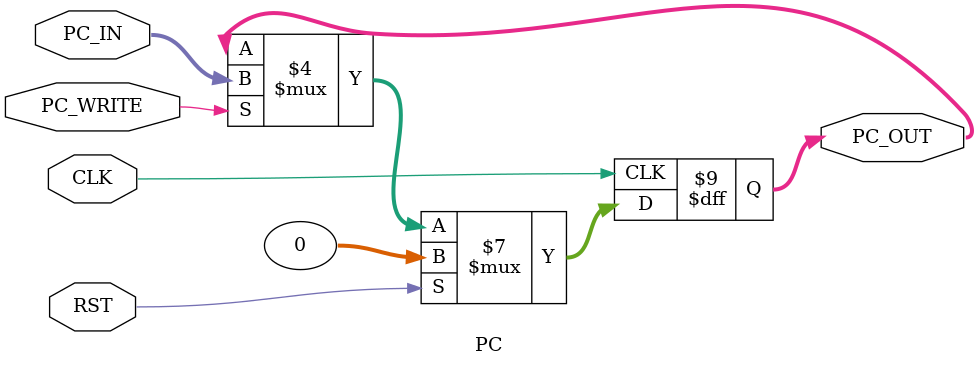
<source format=sv>
`timescale 1ns / 1ps


module PC(
    input logic CLK,
    input logic RST,
    input logic PC_WRITE,
    input logic [31:0] PC_IN,
    output logic [31:0] PC_OUT
    );
    
    always_ff @ (posedge CLK) begin         
        if (RST == 1)                            
            PC_OUT <= 0;  
    
        else if (PC_WRITE == 1)                        
            begin                                   
            PC_OUT <= PC_IN;
            end
                    
    end

endmodule
</source>
